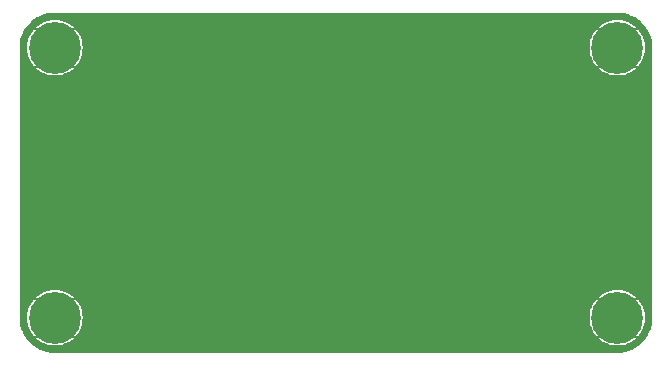
<source format=gbl>
%TF.GenerationSoftware,KiCad,Pcbnew,7.0.1-0*%
%TF.CreationDate,2023-06-23T16:28:58+02:00*%
%TF.ProjectId,io_expander,696f5f65-7870-4616-9e64-65722e6b6963,1.0*%
%TF.SameCoordinates,PX3c8eee0PY3c8eee0*%
%TF.FileFunction,Copper,L2,Bot*%
%TF.FilePolarity,Positive*%
%FSLAX46Y46*%
G04 Gerber Fmt 4.6, Leading zero omitted, Abs format (unit mm)*
G04 Created by KiCad (PCBNEW 7.0.1-0) date 2023-06-23 16:28:58*
%MOMM*%
%LPD*%
G01*
G04 APERTURE LIST*
%TA.AperFunction,ComponentPad*%
%ADD10C,0.700000*%
%TD*%
%TA.AperFunction,ComponentPad*%
%ADD11C,4.400000*%
%TD*%
%TA.AperFunction,ViaPad*%
%ADD12C,0.600000*%
%TD*%
G04 APERTURE END LIST*
D10*
%TO.P,REF\u002A\u002A,1*%
%TO.N,N/C*%
X49162700Y-26035000D03*
X49645974Y-24868274D03*
X49645974Y-27201726D03*
X50812700Y-24385000D03*
D11*
%TO.N,GND*%
X50812700Y-26035000D03*
D10*
%TO.N,N/C*%
X50812700Y-27685000D03*
X51979426Y-24868274D03*
X51979426Y-27201726D03*
X52462700Y-26035000D03*
%TD*%
%TO.P,REF\u002A\u002A,1*%
%TO.N,N/C*%
X1537700Y-26035000D03*
X2020974Y-24868274D03*
X2020974Y-27201726D03*
X3187700Y-24385000D03*
D11*
%TO.N,GND*%
X3187700Y-26035000D03*
D10*
%TO.N,N/C*%
X3187700Y-27685000D03*
X4354426Y-24868274D03*
X4354426Y-27201726D03*
X4837700Y-26035000D03*
%TD*%
%TO.P,REF\u002A\u002A,1*%
%TO.N,N/C*%
X49162700Y-3175000D03*
X49645974Y-2008274D03*
X49645974Y-4341726D03*
X50812700Y-1525000D03*
D11*
%TO.N,GND*%
X50812700Y-3175000D03*
D10*
%TO.N,N/C*%
X50812700Y-4825000D03*
X51979426Y-2008274D03*
X51979426Y-4341726D03*
X52462700Y-3175000D03*
%TD*%
%TO.P,REF\u002A\u002A,1*%
%TO.N,N/C*%
X4354426Y-4341726D03*
X3187700Y-1525000D03*
X2020974Y-2008274D03*
X1537700Y-3175000D03*
X4354426Y-2008274D03*
X2020974Y-4341726D03*
X3187700Y-4825000D03*
D11*
%TO.N,GND*%
X3187700Y-3175000D03*
D10*
%TO.N,N/C*%
X4837700Y-3175000D03*
%TD*%
D12*
%TO.N,GND*%
X23685500Y-6350000D03*
X18605500Y-6350000D03*
X13525500Y-6350000D03*
X44132500Y-15240000D03*
X32702500Y-15240000D03*
X21272500Y-15240000D03*
X9842500Y-15240000D03*
X34607500Y-8001000D03*
%TD*%
%TA.AperFunction,Conductor*%
%TO.N,GND*%
G36*
X50141627Y-25222506D02*
G01*
X50812699Y-25893578D01*
X51483771Y-25222506D01*
X51530421Y-25196304D01*
X51583893Y-25198202D01*
X51628567Y-25227647D01*
X51629880Y-25229161D01*
X51651820Y-25272953D01*
X51650082Y-25321902D01*
X51625092Y-25364027D01*
X50954121Y-26034999D01*
X51625092Y-26705971D01*
X51650078Y-26748085D01*
X51651825Y-26797022D01*
X51629904Y-26840809D01*
X51628592Y-26842323D01*
X51583918Y-26871789D01*
X51530435Y-26873698D01*
X51483772Y-26847493D01*
X50812699Y-26176421D01*
X50141625Y-26847493D01*
X50094963Y-26873698D01*
X50041480Y-26871789D01*
X49996806Y-26842323D01*
X49995494Y-26840809D01*
X49973573Y-26797022D01*
X49975320Y-26748085D01*
X50000306Y-26705971D01*
X50671278Y-26034999D01*
X50000307Y-25364028D01*
X49975321Y-25321914D01*
X49973574Y-25272977D01*
X49995495Y-25229190D01*
X49996807Y-25227676D01*
X50041481Y-25198210D01*
X50094964Y-25196301D01*
X50141627Y-25222506D01*
G37*
%TD.AperFunction*%
%TA.AperFunction,Conductor*%
G36*
X2516627Y-25222506D02*
G01*
X3187699Y-25893578D01*
X3858771Y-25222506D01*
X3905421Y-25196304D01*
X3958893Y-25198202D01*
X4003567Y-25227647D01*
X4004880Y-25229161D01*
X4026820Y-25272953D01*
X4025082Y-25321902D01*
X4000092Y-25364027D01*
X3329121Y-26034999D01*
X4000092Y-26705971D01*
X4025078Y-26748085D01*
X4026825Y-26797022D01*
X4004904Y-26840809D01*
X4003592Y-26842323D01*
X3958918Y-26871789D01*
X3905435Y-26873698D01*
X3858772Y-26847493D01*
X3187699Y-26176421D01*
X2516625Y-26847493D01*
X2469963Y-26873698D01*
X2416480Y-26871789D01*
X2371806Y-26842323D01*
X2370494Y-26840809D01*
X2348573Y-26797022D01*
X2350320Y-26748085D01*
X2375306Y-26705971D01*
X3046278Y-26034999D01*
X2375307Y-25364028D01*
X2350321Y-25321914D01*
X2348574Y-25272977D01*
X2370495Y-25229190D01*
X2371807Y-25227676D01*
X2416481Y-25198210D01*
X2469964Y-25196301D01*
X2516627Y-25222506D01*
G37*
%TD.AperFunction*%
%TA.AperFunction,Conductor*%
G36*
X50141627Y-2362506D02*
G01*
X50812699Y-3033578D01*
X51483771Y-2362506D01*
X51530421Y-2336304D01*
X51583893Y-2338202D01*
X51628567Y-2367647D01*
X51629880Y-2369161D01*
X51651820Y-2412953D01*
X51650082Y-2461902D01*
X51625092Y-2504027D01*
X50954121Y-3174999D01*
X51625092Y-3845971D01*
X51650078Y-3888085D01*
X51651825Y-3937022D01*
X51629904Y-3980809D01*
X51628592Y-3982323D01*
X51583918Y-4011789D01*
X51530435Y-4013698D01*
X51483772Y-3987493D01*
X50812699Y-3316421D01*
X50141625Y-3987493D01*
X50094963Y-4013698D01*
X50041480Y-4011789D01*
X49996806Y-3982323D01*
X49995494Y-3980809D01*
X49973573Y-3937022D01*
X49975320Y-3888085D01*
X50000306Y-3845971D01*
X50671278Y-3174999D01*
X50000307Y-2504028D01*
X49975321Y-2461914D01*
X49973574Y-2412977D01*
X49995495Y-2369190D01*
X49996807Y-2367676D01*
X50041481Y-2338210D01*
X50094964Y-2336301D01*
X50141627Y-2362506D01*
G37*
%TD.AperFunction*%
%TA.AperFunction,Conductor*%
G36*
X2516627Y-2362506D02*
G01*
X3187699Y-3033578D01*
X3858771Y-2362506D01*
X3905421Y-2336304D01*
X3958893Y-2338202D01*
X4003567Y-2367647D01*
X4004880Y-2369161D01*
X4026820Y-2412953D01*
X4025082Y-2461902D01*
X4000092Y-2504027D01*
X3329121Y-3174999D01*
X4000092Y-3845971D01*
X4025078Y-3888085D01*
X4026825Y-3937022D01*
X4004904Y-3980809D01*
X4003592Y-3982323D01*
X3958918Y-4011789D01*
X3905435Y-4013698D01*
X3858772Y-3987493D01*
X3187699Y-3316421D01*
X2516625Y-3987493D01*
X2469963Y-4013698D01*
X2416480Y-4011789D01*
X2371806Y-3982323D01*
X2370494Y-3980809D01*
X2348573Y-3937022D01*
X2350320Y-3888085D01*
X2375306Y-3845971D01*
X3046278Y-3174999D01*
X2375307Y-2504028D01*
X2350321Y-2461914D01*
X2348574Y-2412977D01*
X2370495Y-2369190D01*
X2371807Y-2367676D01*
X2416481Y-2338210D01*
X2469964Y-2336301D01*
X2516627Y-2362506D01*
G37*
%TD.AperFunction*%
%TA.AperFunction,Conductor*%
G36*
X50802594Y-200635D02*
G01*
X51105741Y-216523D01*
X51116037Y-217605D01*
X51413316Y-264689D01*
X51423428Y-266838D01*
X51714170Y-344742D01*
X51724013Y-347940D01*
X52004990Y-455798D01*
X52014456Y-460012D01*
X52282626Y-596652D01*
X52291601Y-601833D01*
X52544025Y-765758D01*
X52552397Y-771842D01*
X52611816Y-819958D01*
X52786296Y-961250D01*
X52793987Y-968174D01*
X52961287Y-1135473D01*
X53006811Y-1180997D01*
X53013744Y-1188698D01*
X53203161Y-1422608D01*
X53209248Y-1430986D01*
X53354102Y-1654042D01*
X53373163Y-1683393D01*
X53378345Y-1692367D01*
X53514989Y-1960546D01*
X53519197Y-1969998D01*
X53627056Y-2250979D01*
X53630258Y-2260833D01*
X53708158Y-2551559D01*
X53710312Y-2561695D01*
X53757393Y-2858958D01*
X53758476Y-2869263D01*
X53774365Y-3172427D01*
X53774501Y-3177609D01*
X53774501Y-26032432D01*
X53774365Y-26037614D01*
X53758478Y-26340736D01*
X53757395Y-26351041D01*
X53710314Y-26648304D01*
X53708160Y-26658440D01*
X53630261Y-26949164D01*
X53627058Y-26959020D01*
X53519203Y-27239990D01*
X53514989Y-27249456D01*
X53378347Y-27517633D01*
X53373165Y-27526607D01*
X53209250Y-27779014D01*
X53203159Y-27787398D01*
X53013755Y-28021292D01*
X53006822Y-28028993D01*
X52793994Y-28241821D01*
X52786293Y-28248754D01*
X52552399Y-28438158D01*
X52544015Y-28444249D01*
X52291608Y-28608164D01*
X52282634Y-28613346D01*
X52014462Y-28749987D01*
X52004995Y-28754202D01*
X51724014Y-28862059D01*
X51714159Y-28865261D01*
X51423441Y-28943160D01*
X51413305Y-28945314D01*
X51116042Y-28992395D01*
X51105737Y-28993478D01*
X50826223Y-29008127D01*
X50802631Y-29009364D01*
X50797452Y-29009500D01*
X3177586Y-29009500D01*
X3172406Y-29009364D01*
X3146844Y-29008024D01*
X2869262Y-28993476D01*
X2858957Y-28992393D01*
X2561695Y-28945312D01*
X2551559Y-28943158D01*
X2260835Y-28865259D01*
X2250979Y-28862056D01*
X1970009Y-28754201D01*
X1960543Y-28749987D01*
X1692373Y-28613347D01*
X1683399Y-28608166D01*
X1430979Y-28444244D01*
X1422595Y-28438152D01*
X1406494Y-28425114D01*
X1188703Y-28248749D01*
X1181008Y-28241821D01*
X968187Y-28029001D01*
X961255Y-28021301D01*
X771838Y-27787391D01*
X765752Y-27779014D01*
X601832Y-27526599D01*
X596655Y-27517633D01*
X460006Y-27249445D01*
X455805Y-27240010D01*
X347936Y-26959001D01*
X344741Y-26949166D01*
X266838Y-26658428D01*
X264689Y-26648316D01*
X217605Y-26351036D01*
X216523Y-26340735D01*
X200635Y-26037572D01*
X200567Y-26035000D01*
X832658Y-26035000D01*
X852805Y-26342393D01*
X912904Y-26644531D01*
X1011925Y-26936237D01*
X1148173Y-27212518D01*
X1319322Y-27468661D01*
X1456357Y-27624919D01*
X1525319Y-27555958D01*
X1571980Y-27529752D01*
X1625461Y-27531660D01*
X1670136Y-27561123D01*
X1671449Y-27562638D01*
X1693372Y-27606426D01*
X1691627Y-27655364D01*
X1666640Y-27697479D01*
X1597778Y-27766340D01*
X1597779Y-27766341D01*
X1754038Y-27903377D01*
X2010181Y-28074526D01*
X2286462Y-28210774D01*
X2578168Y-28309795D01*
X2880306Y-28369894D01*
X3187700Y-28390041D01*
X3495093Y-28369894D01*
X3797231Y-28309795D01*
X4088937Y-28210774D01*
X4365218Y-28074526D01*
X4621357Y-27903380D01*
X4777620Y-27766340D01*
X4708759Y-27697479D01*
X4683773Y-27655366D01*
X4682026Y-27606429D01*
X4703947Y-27562642D01*
X4703951Y-27562638D01*
X4705259Y-27561127D01*
X4749933Y-27531662D01*
X4803416Y-27529753D01*
X4850078Y-27555958D01*
X4919040Y-27624919D01*
X5056080Y-27468657D01*
X5227226Y-27212518D01*
X5363474Y-26936237D01*
X5462495Y-26644531D01*
X5522594Y-26342393D01*
X5542741Y-26035000D01*
X48457658Y-26035000D01*
X48477805Y-26342393D01*
X48537904Y-26644531D01*
X48636925Y-26936237D01*
X48773173Y-27212518D01*
X48944322Y-27468661D01*
X49081357Y-27624919D01*
X49150319Y-27555958D01*
X49196980Y-27529752D01*
X49250461Y-27531660D01*
X49295136Y-27561123D01*
X49296449Y-27562638D01*
X49318372Y-27606426D01*
X49316627Y-27655364D01*
X49291640Y-27697479D01*
X49222778Y-27766340D01*
X49222779Y-27766341D01*
X49379038Y-27903377D01*
X49635181Y-28074526D01*
X49911462Y-28210774D01*
X50203168Y-28309795D01*
X50505306Y-28369894D01*
X50812700Y-28390041D01*
X51120093Y-28369894D01*
X51422231Y-28309795D01*
X51713937Y-28210774D01*
X51990218Y-28074526D01*
X52246357Y-27903380D01*
X52402620Y-27766340D01*
X52333759Y-27697479D01*
X52308773Y-27655366D01*
X52307026Y-27606429D01*
X52328947Y-27562642D01*
X52328951Y-27562638D01*
X52330259Y-27561127D01*
X52374933Y-27531662D01*
X52428416Y-27529753D01*
X52475078Y-27555958D01*
X52544040Y-27624919D01*
X52681080Y-27468657D01*
X52852226Y-27212518D01*
X52988474Y-26936237D01*
X53087495Y-26644531D01*
X53147594Y-26342393D01*
X53167741Y-26035000D01*
X53147594Y-25727606D01*
X53087495Y-25425468D01*
X52988474Y-25133762D01*
X52852226Y-24857481D01*
X52681077Y-24601338D01*
X52544041Y-24445079D01*
X52544040Y-24445078D01*
X52475077Y-24514041D01*
X52428404Y-24540249D01*
X52374912Y-24538330D01*
X52330238Y-24508848D01*
X52328923Y-24507330D01*
X52307020Y-24463547D01*
X52308775Y-24414621D01*
X52333759Y-24372518D01*
X52402619Y-24303657D01*
X52246361Y-24166622D01*
X51990218Y-23995473D01*
X51713937Y-23859225D01*
X51422231Y-23760204D01*
X51120093Y-23700105D01*
X50812700Y-23679958D01*
X50505306Y-23700105D01*
X50203168Y-23760204D01*
X49911462Y-23859225D01*
X49635181Y-23995473D01*
X49379038Y-24166621D01*
X49222779Y-24303657D01*
X49222778Y-24303658D01*
X49291640Y-24372520D01*
X49316623Y-24414623D01*
X49318377Y-24463549D01*
X49296474Y-24507333D01*
X49295162Y-24508848D01*
X49250486Y-24538331D01*
X49196993Y-24540250D01*
X49150320Y-24514042D01*
X49081357Y-24445079D01*
X48944321Y-24601338D01*
X48773173Y-24857481D01*
X48636925Y-25133762D01*
X48537904Y-25425468D01*
X48477805Y-25727606D01*
X48457658Y-26035000D01*
X5542741Y-26035000D01*
X5542741Y-26034999D01*
X5522594Y-25727606D01*
X5462495Y-25425468D01*
X5363474Y-25133762D01*
X5227226Y-24857481D01*
X5056077Y-24601338D01*
X4919041Y-24445079D01*
X4919040Y-24445078D01*
X4850077Y-24514041D01*
X4803404Y-24540249D01*
X4749912Y-24538330D01*
X4705238Y-24508848D01*
X4703923Y-24507330D01*
X4682020Y-24463547D01*
X4683775Y-24414621D01*
X4708759Y-24372518D01*
X4777619Y-24303657D01*
X4621361Y-24166622D01*
X4365218Y-23995473D01*
X4088937Y-23859225D01*
X3797231Y-23760204D01*
X3495093Y-23700105D01*
X3187700Y-23679958D01*
X2880306Y-23700105D01*
X2578168Y-23760204D01*
X2286462Y-23859225D01*
X2010181Y-23995473D01*
X1754038Y-24166621D01*
X1597779Y-24303657D01*
X1597778Y-24303658D01*
X1666640Y-24372520D01*
X1691623Y-24414623D01*
X1693377Y-24463549D01*
X1671474Y-24507333D01*
X1670162Y-24508848D01*
X1625486Y-24538331D01*
X1571993Y-24540250D01*
X1525320Y-24514042D01*
X1456357Y-24445079D01*
X1319321Y-24601338D01*
X1148173Y-24857481D01*
X1011925Y-25133762D01*
X912904Y-25425468D01*
X852805Y-25727606D01*
X832658Y-26035000D01*
X200567Y-26035000D01*
X200499Y-26032391D01*
X200499Y-3177587D01*
X200567Y-3174999D01*
X832658Y-3174999D01*
X852805Y-3482393D01*
X912904Y-3784531D01*
X1011925Y-4076237D01*
X1148173Y-4352518D01*
X1319322Y-4608661D01*
X1456357Y-4764919D01*
X1525319Y-4695958D01*
X1571980Y-4669752D01*
X1625461Y-4671660D01*
X1670136Y-4701123D01*
X1671449Y-4702638D01*
X1693372Y-4746426D01*
X1691627Y-4795364D01*
X1666640Y-4837479D01*
X1597778Y-4906340D01*
X1597779Y-4906341D01*
X1754038Y-5043377D01*
X2010181Y-5214526D01*
X2286462Y-5350774D01*
X2578168Y-5449795D01*
X2880306Y-5509894D01*
X3187700Y-5530041D01*
X3495093Y-5509894D01*
X3797231Y-5449795D01*
X4088937Y-5350774D01*
X4365218Y-5214526D01*
X4621357Y-5043380D01*
X4777620Y-4906340D01*
X4708759Y-4837479D01*
X4683773Y-4795366D01*
X4682026Y-4746429D01*
X4703947Y-4702642D01*
X4703951Y-4702638D01*
X4705259Y-4701127D01*
X4749933Y-4671662D01*
X4803416Y-4669753D01*
X4850078Y-4695958D01*
X4919040Y-4764919D01*
X5056080Y-4608657D01*
X5227226Y-4352518D01*
X5363474Y-4076237D01*
X5462495Y-3784531D01*
X5522594Y-3482393D01*
X5542741Y-3174999D01*
X48457658Y-3174999D01*
X48477805Y-3482393D01*
X48537904Y-3784531D01*
X48636925Y-4076237D01*
X48773173Y-4352518D01*
X48944322Y-4608661D01*
X49081357Y-4764919D01*
X49150319Y-4695958D01*
X49196980Y-4669752D01*
X49250461Y-4671660D01*
X49295136Y-4701123D01*
X49296449Y-4702638D01*
X49318372Y-4746426D01*
X49316627Y-4795364D01*
X49291640Y-4837479D01*
X49222778Y-4906340D01*
X49222779Y-4906341D01*
X49379038Y-5043377D01*
X49635181Y-5214526D01*
X49911462Y-5350774D01*
X50203168Y-5449795D01*
X50505306Y-5509894D01*
X50812700Y-5530041D01*
X51120093Y-5509894D01*
X51422231Y-5449795D01*
X51713937Y-5350774D01*
X51990218Y-5214526D01*
X52246357Y-5043380D01*
X52402620Y-4906340D01*
X52333759Y-4837479D01*
X52308773Y-4795366D01*
X52307026Y-4746429D01*
X52328947Y-4702642D01*
X52328951Y-4702638D01*
X52330259Y-4701127D01*
X52374933Y-4671662D01*
X52428416Y-4669753D01*
X52475078Y-4695958D01*
X52544040Y-4764919D01*
X52681080Y-4608657D01*
X52852226Y-4352518D01*
X52988474Y-4076237D01*
X53087495Y-3784531D01*
X53147594Y-3482393D01*
X53167741Y-3174999D01*
X53147594Y-2867606D01*
X53087495Y-2565468D01*
X52988474Y-2273762D01*
X52852226Y-1997481D01*
X52681077Y-1741338D01*
X52544041Y-1585079D01*
X52544040Y-1585078D01*
X52475077Y-1654041D01*
X52428404Y-1680249D01*
X52374912Y-1678330D01*
X52330238Y-1648848D01*
X52328923Y-1647330D01*
X52307020Y-1603547D01*
X52308775Y-1554621D01*
X52333759Y-1512518D01*
X52402619Y-1443657D01*
X52246361Y-1306622D01*
X51990218Y-1135473D01*
X51713937Y-999225D01*
X51422231Y-900204D01*
X51120093Y-840105D01*
X50812700Y-819958D01*
X50505306Y-840105D01*
X50203168Y-900204D01*
X49911462Y-999225D01*
X49635181Y-1135473D01*
X49379038Y-1306621D01*
X49222779Y-1443657D01*
X49222778Y-1443658D01*
X49291640Y-1512520D01*
X49316623Y-1554623D01*
X49318377Y-1603549D01*
X49296474Y-1647333D01*
X49295162Y-1648848D01*
X49250486Y-1678331D01*
X49196993Y-1680250D01*
X49150320Y-1654042D01*
X49081357Y-1585079D01*
X48944321Y-1741338D01*
X48773173Y-1997481D01*
X48636925Y-2273762D01*
X48537904Y-2565468D01*
X48477805Y-2867606D01*
X48457658Y-3174999D01*
X5542741Y-3174999D01*
X5522594Y-2867606D01*
X5462495Y-2565468D01*
X5363474Y-2273762D01*
X5227226Y-1997481D01*
X5056077Y-1741338D01*
X4919041Y-1585079D01*
X4919040Y-1585078D01*
X4850077Y-1654041D01*
X4803404Y-1680249D01*
X4749912Y-1678330D01*
X4705238Y-1648848D01*
X4703923Y-1647330D01*
X4682020Y-1603547D01*
X4683775Y-1554621D01*
X4708759Y-1512518D01*
X4777619Y-1443657D01*
X4621361Y-1306622D01*
X4365218Y-1135473D01*
X4088937Y-999225D01*
X3797231Y-900204D01*
X3495093Y-840105D01*
X3187700Y-819958D01*
X2880306Y-840105D01*
X2578168Y-900204D01*
X2286462Y-999225D01*
X2010181Y-1135473D01*
X1754038Y-1306621D01*
X1597779Y-1443657D01*
X1597778Y-1443658D01*
X1666640Y-1512520D01*
X1691623Y-1554623D01*
X1693377Y-1603549D01*
X1671474Y-1647333D01*
X1670162Y-1648848D01*
X1625486Y-1678331D01*
X1571993Y-1680250D01*
X1525320Y-1654042D01*
X1456357Y-1585079D01*
X1319321Y-1741338D01*
X1148173Y-1997481D01*
X1011925Y-2273762D01*
X912904Y-2565468D01*
X852805Y-2867606D01*
X832658Y-3174999D01*
X200567Y-3174999D01*
X200635Y-3172405D01*
X216523Y-2869261D01*
X217606Y-2858958D01*
X264690Y-2561680D01*
X266837Y-2551574D01*
X344743Y-2260823D01*
X347938Y-2250991D01*
X455800Y-1970002D01*
X460012Y-1960543D01*
X596662Y-1692350D01*
X601826Y-1683407D01*
X765761Y-1430971D01*
X771838Y-1422608D01*
X961254Y-1188698D01*
X968169Y-1181017D01*
X1181017Y-968169D01*
X1188704Y-961250D01*
X1422616Y-771831D01*
X1430971Y-765761D01*
X1683407Y-601826D01*
X1692350Y-596662D01*
X1960550Y-460008D01*
X1970002Y-455800D01*
X2250991Y-347938D01*
X2260823Y-344743D01*
X2551574Y-266837D01*
X2561680Y-264690D01*
X2858964Y-217605D01*
X2869256Y-216523D01*
X3172405Y-200635D01*
X3177586Y-200500D01*
X3214882Y-200500D01*
X50760118Y-200500D01*
X50797414Y-200500D01*
X50802594Y-200635D01*
G37*
%TD.AperFunction*%
%TD*%
M02*

</source>
